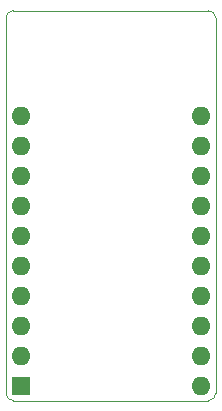
<source format=gbr>
%TF.GenerationSoftware,KiCad,Pcbnew,5.1.5+dfsg1-2~bpo10+1*%
%TF.CreationDate,Date%
%TF.ProjectId,ProMicro_ESP12E,50726f4d-6963-4726-9f5f-455350313245,v1.0*%
%TF.SameCoordinates,Original*%
%TF.FileFunction,Paste,Bot*%
%TF.FilePolarity,Positive*%
%FSLAX45Y45*%
G04 Gerber Fmt 4.5, Leading zero omitted, Abs format (unit mm)*
G04 Created by KiCad*
%MOMM*%
%LPD*%
G04 APERTURE LIST*
%ADD10C,0.100000*%
%ADD11O,1.600000X1.600000*%
%ADD12R,1.600000X1.600000*%
G04 APERTURE END LIST*
D10*
X-63500Y3175000D02*
G75*
G03X-127000Y3111500I0J-63500D01*
G01*
X1651000Y3111500D02*
G75*
G03X1587500Y3175000I-63500J0D01*
G01*
X1587500Y-127000D02*
G75*
G03X1651000Y-63500I0J63500D01*
G01*
X-127000Y-63500D02*
G75*
G03X-63500Y-127000I63500J0D01*
G01*
X-127000Y3111500D02*
X-127000Y-63500D01*
X1587500Y3175000D02*
X-63500Y3175000D01*
X1651000Y-63500D02*
X1651000Y3111500D01*
X-63500Y-127000D02*
X1587500Y-127000D01*
D11*
X1524000Y0D03*
X1524000Y254000D03*
X1524000Y508000D03*
X1524000Y762000D03*
X1524000Y1016000D03*
X0Y2286000D03*
X1524000Y1270000D03*
X0Y2032000D03*
X1524000Y1524000D03*
X0Y1778000D03*
X1524000Y1778000D03*
X0Y1524000D03*
X1524000Y2032000D03*
X0Y1270000D03*
X1524000Y2286000D03*
X0Y1016000D03*
X0Y762000D03*
X0Y508000D03*
X0Y254000D03*
D12*
X0Y0D03*
M02*

</source>
